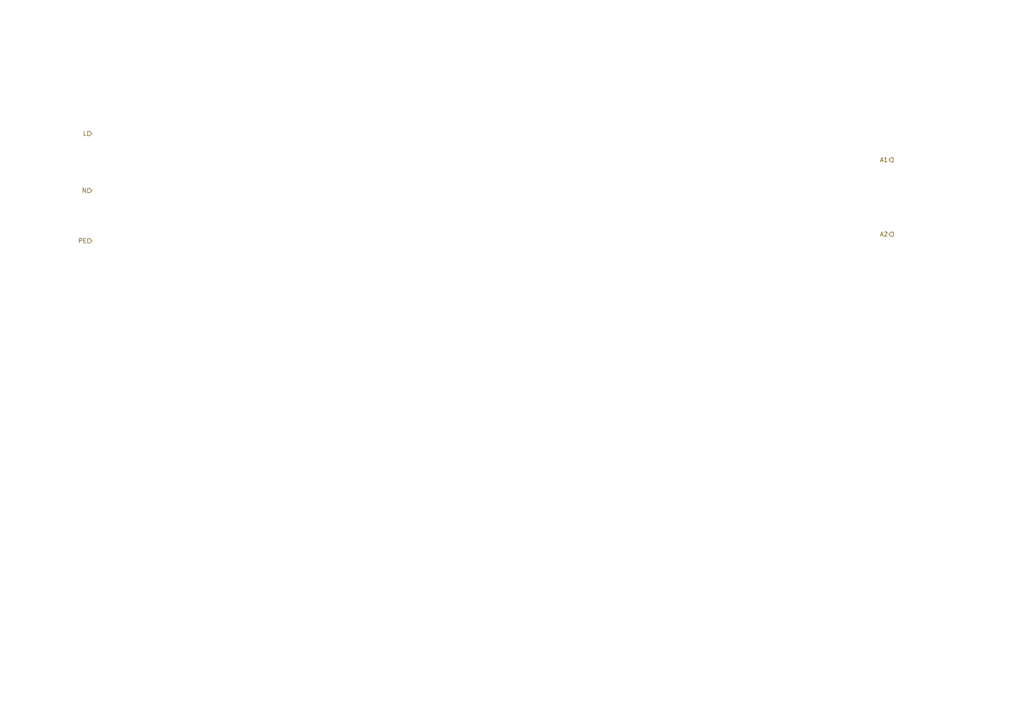
<source format=kicad_sch>
(kicad_sch (version 20210126) (generator eeschema)
  (paper "A4")
  (lib_symbols)
  (hierarchical_label "L" (shape input) (at 26.67 38.735 180))
  (hierarchical_label "N" (shape input) (at 26.67 55.245 180))
  (hierarchical_label "PE" (shape input) (at 26.67 69.85 180))
  (hierarchical_label "A1" (shape output) (at 259.08 46.355 180))
  (hierarchical_label "A2" (shape output) (at 259.08 67.945 180))
)
</source>
